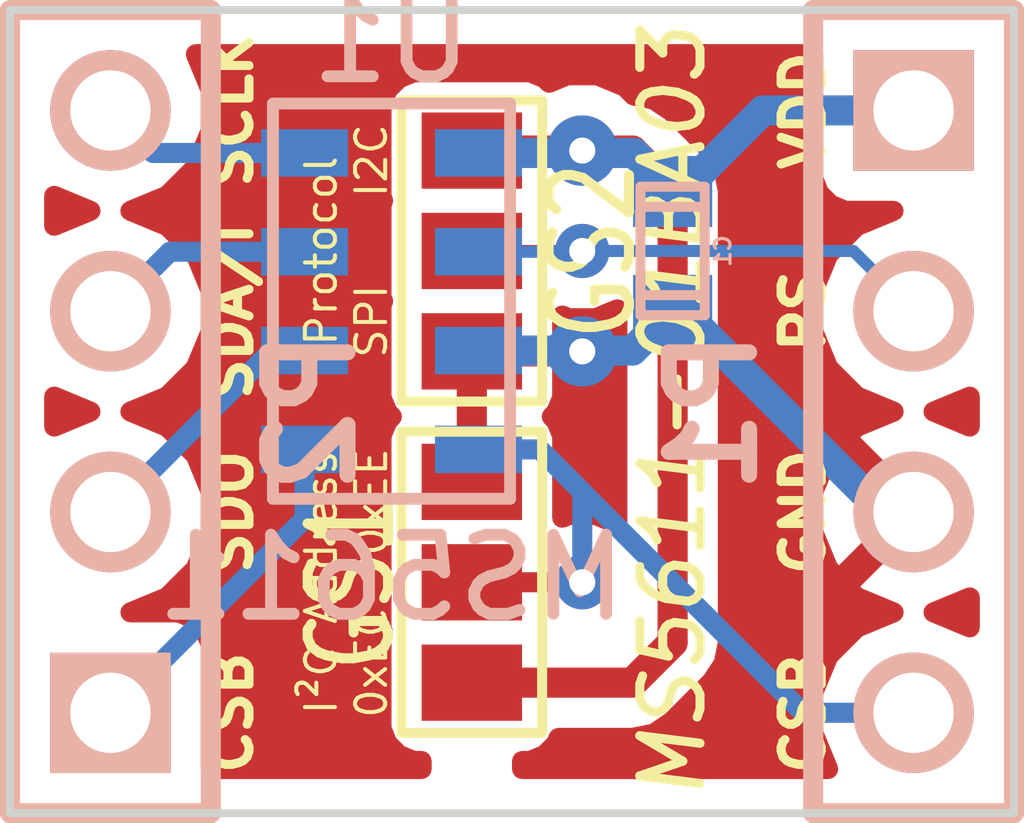
<source format=kicad_pcb>
(kicad_pcb (version 3) (host pcbnew "(2013-dec-23)-stable")

  (general
    (links 17)
    (no_connects 1)
    (area 344.6272 231.7608 361.4928 242.646201)
    (thickness 1.6)
    (drawings 19)
    (tracks 53)
    (zones 0)
    (modules 6)
    (nets 8)
  )

  (page A3)
  (layers
    (15 F.Cu signal)
    (0 B.Cu signal)
    (16 B.Adhes user)
    (17 F.Adhes user)
    (18 B.Paste user)
    (19 F.Paste user)
    (20 B.SilkS user)
    (21 F.SilkS user)
    (22 B.Mask user)
    (23 F.Mask user)
    (24 Dwgs.User user)
    (25 Cmts.User user)
    (26 Eco1.User user)
    (27 Eco2.User user)
    (28 Edge.Cuts user)
  )

  (setup
    (last_trace_width 0.254)
    (trace_clearance 0.1524)
    (zone_clearance 0.381)
    (zone_45_only no)
    (trace_min 0.1524)
    (segment_width 0.2)
    (edge_width 0.1)
    (via_size 0.6858)
    (via_drill 0.3302)
    (via_min_size 0.6858)
    (via_min_drill 0.3302)
    (uvia_size 0.508)
    (uvia_drill 0.127)
    (uvias_allowed no)
    (uvia_min_size 0.508)
    (uvia_min_drill 0.127)
    (pcb_text_width 0.3)
    (pcb_text_size 1.5 1.5)
    (mod_edge_width 0.15)
    (mod_text_size 1 1)
    (mod_text_width 0.15)
    (pad_size 1.1 0.6)
    (pad_drill 0)
    (pad_to_mask_clearance 0)
    (aux_axis_origin 0 0)
    (visible_elements 7FFE7F0F)
    (pcbplotparams
      (layerselection 3178497)
      (usegerberextensions true)
      (excludeedgelayer true)
      (linewidth 0.150000)
      (plotframeref false)
      (viasonmask false)
      (mode 1)
      (useauxorigin false)
      (hpglpennumber 1)
      (hpglpenspeed 20)
      (hpglpendiameter 15)
      (hpglpenoverlay 2)
      (psnegative false)
      (psa4output false)
      (plotreference true)
      (plotvalue true)
      (plotothertext true)
      (plotinvisibletext false)
      (padsonsilk false)
      (subtractmaskfromsilk false)
      (outputformat 1)
      (mirror false)
      (drillshape 1)
      (scaleselection 1)
      (outputdirectory ""))
  )

  (net 0 "")
  (net 1 /CSB)
  (net 2 /GND)
  (net 3 /PS)
  (net 4 /SCLK)
  (net 5 /SDI/SDA)
  (net 6 /SDO)
  (net 7 /VDD)

  (net_class Default "This is the default net class."
    (clearance 0.1524)
    (trace_width 0.254)
    (via_dia 0.6858)
    (via_drill 0.3302)
    (uvia_dia 0.508)
    (uvia_drill 0.127)
    (add_net "")
    (add_net /CSB)
    (add_net /SCLK)
    (add_net /SDI/SDA)
    (add_net /SDO)
  )

  (net_class "OSH Min" ""
    (clearance 0.1524)
    (trace_width 0.1524)
    (via_dia 0.6858)
    (via_drill 0.3302)
    (uvia_dia 0.508)
    (uvia_drill 0.127)
    (add_net /PS)
  )

  (net_class POWER ""
    (clearance 0.2032)
    (trace_width 0.381)
    (via_dia 0.889)
    (via_drill 0.3302)
    (uvia_dia 0.508)
    (uvia_drill 0.127)
    (add_net /GND)
    (add_net /VDD)
  )

  (module PIN_ARRAY_4x1 (layer B.Cu) (tedit 4C10F42E) (tstamp 532FA277)
    (at 347.98 237.236 90)
    (descr "Double rangee de contacts 2 x 5 pins")
    (tags CONN)
    (path /532F9A86)
    (fp_text reference P2 (at 0 2.54 90) (layer B.SilkS)
      (effects (font (size 1.016 1.016) (thickness 0.2032)) (justify mirror))
    )
    (fp_text value CONN_4 (at 0 -2.54 90) (layer B.SilkS) hide
      (effects (font (size 1.016 1.016) (thickness 0.2032)) (justify mirror))
    )
    (fp_line (start 5.08 -1.27) (end -5.08 -1.27) (layer B.SilkS) (width 0.254))
    (fp_line (start 5.08 1.27) (end -5.08 1.27) (layer B.SilkS) (width 0.254))
    (fp_line (start -5.08 1.27) (end -5.08 -1.27) (layer B.SilkS) (width 0.254))
    (fp_line (start 5.08 -1.27) (end 5.08 1.27) (layer B.SilkS) (width 0.254))
    (pad 1 thru_hole rect (at -3.81 0 90) (size 1.524 1.524) (drill 1.016)
      (layers *.Cu *.Mask B.SilkS)
      (net 1 /CSB)
    )
    (pad 2 thru_hole circle (at -1.27 0 90) (size 1.524 1.524) (drill 1.016)
      (layers *.Cu *.Mask B.SilkS)
      (net 6 /SDO)
    )
    (pad 3 thru_hole circle (at 1.27 0 90) (size 1.524 1.524) (drill 1.016)
      (layers *.Cu *.Mask B.SilkS)
      (net 5 /SDI/SDA)
    )
    (pad 4 thru_hole circle (at 3.81 0 90) (size 1.524 1.524) (drill 1.016)
      (layers *.Cu *.Mask B.SilkS)
      (net 4 /SCLK)
    )
    (model pin_array\pins_array_4x1.wrl
      (at (xyz 0 0 0))
      (scale (xyz 1 1 1))
      (rotate (xyz 0 0 0))
    )
  )

  (module PIN_ARRAY_4x1 (layer B.Cu) (tedit 4C10F42E) (tstamp 532FA283)
    (at 358.14 237.236 270)
    (descr "Double rangee de contacts 2 x 5 pins")
    (tags CONN)
    (path /532F9A9C)
    (fp_text reference P1 (at 0 2.54 270) (layer B.SilkS)
      (effects (font (size 1.016 1.016) (thickness 0.2032)) (justify mirror))
    )
    (fp_text value CONN_4 (at 0 -2.54 270) (layer B.SilkS) hide
      (effects (font (size 1.016 1.016) (thickness 0.2032)) (justify mirror))
    )
    (fp_line (start 5.08 -1.27) (end -5.08 -1.27) (layer B.SilkS) (width 0.254))
    (fp_line (start 5.08 1.27) (end -5.08 1.27) (layer B.SilkS) (width 0.254))
    (fp_line (start -5.08 1.27) (end -5.08 -1.27) (layer B.SilkS) (width 0.254))
    (fp_line (start 5.08 -1.27) (end 5.08 1.27) (layer B.SilkS) (width 0.254))
    (pad 1 thru_hole rect (at -3.81 0 270) (size 1.524 1.524) (drill 1.016)
      (layers *.Cu *.Mask B.SilkS)
      (net 7 /VDD)
    )
    (pad 2 thru_hole circle (at -1.27 0 270) (size 1.524 1.524) (drill 1.016)
      (layers *.Cu *.Mask B.SilkS)
      (net 3 /PS)
    )
    (pad 3 thru_hole circle (at 1.27 0 270) (size 1.524 1.524) (drill 1.016)
      (layers *.Cu *.Mask B.SilkS)
      (net 2 /GND)
    )
    (pad 4 thru_hole circle (at 3.81 0 270) (size 1.524 1.524) (drill 1.016)
      (layers *.Cu *.Mask B.SilkS)
      (net 1 /CSB)
    )
    (model pin_array\pins_array_4x1.wrl
      (at (xyz 0 0 0))
      (scale (xyz 1 1 1))
      (rotate (xyz 0 0 0))
    )
  )

  (module GS3 (layer F.Cu) (tedit 4267950D) (tstamp 532FA28E)
    (at 352.552 235.204)
    (descr "Pontet Goute de soudure")
    (path /532F9694)
    (attr virtual)
    (fp_text reference GS2 (at 1.524 0 90) (layer F.SilkS)
      (effects (font (size 1.016 0.762) (thickness 0.127)))
    )
    (fp_text value GS3 (at 1.524 0 90) (layer F.SilkS) hide
      (effects (font (size 0.762 0.762) (thickness 0.127)))
    )
    (fp_line (start -0.889 -1.905) (end -0.889 1.905) (layer F.SilkS) (width 0.127))
    (fp_line (start -0.889 1.905) (end 0.889 1.905) (layer F.SilkS) (width 0.127))
    (fp_line (start 0.889 1.905) (end 0.889 -1.905) (layer F.SilkS) (width 0.127))
    (fp_line (start -0.889 -1.905) (end 0.889 -1.905) (layer F.SilkS) (width 0.127))
    (pad 1 smd rect (at 0 -1.27) (size 1.27 0.9652)
      (layers F.Cu F.Paste F.Mask)
      (net 7 /VDD)
    )
    (pad 2 smd rect (at 0 0) (size 1.27 0.9652)
      (layers F.Cu F.Paste F.Mask)
      (net 3 /PS)
    )
    (pad 3 smd rect (at 0 1.27) (size 1.27 0.9652)
      (layers F.Cu F.Paste F.Mask)
      (net 2 /GND)
    )
  )

  (module GS3 (layer F.Cu) (tedit 4267950D) (tstamp 532FA299)
    (at 352.552 239.395 180)
    (descr "Pontet Goute de soudure")
    (path /532F9962)
    (attr virtual)
    (fp_text reference GS1 (at 1.524 0 270) (layer F.SilkS)
      (effects (font (size 1.016 0.762) (thickness 0.127)))
    )
    (fp_text value GS3 (at 1.524 0 270) (layer F.SilkS) hide
      (effects (font (size 0.762 0.762) (thickness 0.127)))
    )
    (fp_line (start -0.889 -1.905) (end -0.889 1.905) (layer F.SilkS) (width 0.127))
    (fp_line (start -0.889 1.905) (end 0.889 1.905) (layer F.SilkS) (width 0.127))
    (fp_line (start 0.889 1.905) (end 0.889 -1.905) (layer F.SilkS) (width 0.127))
    (fp_line (start -0.889 -1.905) (end 0.889 -1.905) (layer F.SilkS) (width 0.127))
    (pad 1 smd rect (at 0 -1.27 180) (size 1.27 0.9652)
      (layers F.Cu F.Paste F.Mask)
      (net 7 /VDD)
    )
    (pad 2 smd rect (at 0 0 180) (size 1.27 0.9652)
      (layers F.Cu F.Paste F.Mask)
      (net 1 /CSB)
    )
    (pad 3 smd rect (at 0 1.27 180) (size 1.27 0.9652)
      (layers F.Cu F.Paste F.Mask)
      (net 2 /GND)
    )
  )

  (module c_0603 (layer B.Cu) (tedit 490472AA) (tstamp 5341A498)
    (at 355.092 235.204 90)
    (descr "SMT capacitor, 0603")
    (path /532F989C)
    (fp_text reference C1 (at 0 0.635 90) (layer B.SilkS)
      (effects (font (size 0.20066 0.20066) (thickness 0.04064)) (justify mirror))
    )
    (fp_text value 100nF (at 0 -0.635 90) (layer B.SilkS) hide
      (effects (font (size 0.20066 0.20066) (thickness 0.04064)) (justify mirror))
    )
    (fp_line (start 0.5588 -0.4064) (end 0.5588 0.4064) (layer B.SilkS) (width 0.127))
    (fp_line (start -0.5588 0.381) (end -0.5588 -0.4064) (layer B.SilkS) (width 0.127))
    (fp_line (start -0.8128 0.4064) (end 0.8128 0.4064) (layer B.SilkS) (width 0.127))
    (fp_line (start 0.8128 0.4064) (end 0.8128 -0.4064) (layer B.SilkS) (width 0.127))
    (fp_line (start 0.8128 -0.4064) (end -0.8128 -0.4064) (layer B.SilkS) (width 0.127))
    (fp_line (start -0.8128 -0.4064) (end -0.8128 0.4064) (layer B.SilkS) (width 0.127))
    (pad 1 smd rect (at 0.75184 0 90) (size 0.89916 1.00076)
      (layers B.Cu B.Paste B.Mask)
      (net 7 /VDD)
    )
    (pad 2 smd rect (at -0.75184 0 90) (size 0.89916 1.00076)
      (layers B.Cu B.Paste B.Mask)
      (net 2 /GND)
    )
    (model smd/capacitors/c_0603.wrl
      (at (xyz 0 0 0))
      (scale (xyz 1 1 1))
      (rotate (xyz 0 0 0))
    )
  )

  (module ms5611 (layer B.Cu) (tedit 532FA85C) (tstamp 53419F14)
    (at 351.536 235.839 180)
    (path /532F7BA2)
    (fp_text reference U1 (at 0 3.3 180) (layer B.SilkS)
      (effects (font (size 1 1) (thickness 0.15)) (justify mirror))
    )
    (fp_text value MS5611 (at 0 -3.5 180) (layer B.SilkS)
      (effects (font (size 1 1) (thickness 0.15)) (justify mirror))
    )
    (fp_line (start -1.5 2.5) (end 1.5 2.5) (layer B.SilkS) (width 0.15))
    (fp_line (start 1.5 2.5) (end 1.5 -2.5) (layer B.SilkS) (width 0.15))
    (fp_line (start 1.5 -2.5) (end -1.5 -2.5) (layer B.SilkS) (width 0.15))
    (fp_line (start -1.5 -2.5) (end -1.5 2.5) (layer B.SilkS) (width 0.15))
    (pad 1 smd rect (at -1.1 1.875 180) (size 1.1 0.6)
      (layers B.Cu B.Paste B.Mask)
      (net 7 /VDD)
    )
    (pad 2 smd rect (at -1.1 0.625 180) (size 1.1 0.6)
      (layers B.Cu B.Paste B.Mask)
      (net 3 /PS)
    )
    (pad 3 smd rect (at -1.1 -0.625 180) (size 1.1 0.6)
      (layers B.Cu B.Paste B.Mask)
      (net 2 /GND)
    )
    (pad 4 smd rect (at -1.1 -1.875 180) (size 1.1 0.6)
      (layers B.Cu B.Paste B.Mask)
      (net 1 /CSB)
    )
    (pad 5 smd rect (at 1.1 -1.875 180) (size 1.1 0.6)
      (layers B.Cu B.Paste B.Mask)
      (net 1 /CSB)
    )
    (pad 6 smd rect (at 1.1 -0.625 180) (size 1.1 0.6)
      (layers B.Cu B.Paste B.Mask)
      (net 6 /SDO)
    )
    (pad 7 smd rect (at 1.1 0.625 180) (size 1.1 0.6)
      (layers B.Cu B.Paste B.Mask)
      (net 5 /SDI/SDA)
    )
    (pad 8 smd rect (at 1.1 1.875 180) (size 1.1 0.6)
      (layers B.Cu B.Paste B.Mask)
      (net 4 /SCLK)
    )
  )

  (gr_text "I²C Address" (at 350.647 239.395 90) (layer F.SilkS)
    (effects (font (size 0.381 0.381) (thickness 0.0508)))
  )
  (gr_text Protocol (at 350.647 235.204 90) (layer F.SilkS)
    (effects (font (size 0.381 0.381) (thickness 0.0508)))
  )
  (gr_text MS5611-01BA03 (at 355.092 237.236 90) (layer F.SilkS)
    (effects (font (size 0.762 0.762) (thickness 0.1143) italic))
  )
  (gr_text SPI (at 351.282 236.093 90) (layer F.SilkS)
    (effects (font (size 0.381 0.381) (thickness 0.0508)))
  )
  (gr_text 0xEE (at 351.282 238.379 90) (layer F.SilkS)
    (effects (font (size 0.381 0.381) (thickness 0.0508)))
  )
  (gr_text 0xEC (at 351.282 240.411 90) (layer F.SilkS)
    (effects (font (size 0.381 0.381) (thickness 0.0508)))
  )
  (gr_text I2C (at 351.282 234.061 90) (layer F.SilkS)
    (effects (font (size 0.381 0.381) (thickness 0.0508)))
  )
  (gr_text SCLK (at 349.504 233.426 90) (layer F.SilkS)
    (effects (font (size 0.508 0.508) (thickness 0.1143)))
  )
  (gr_text SDA/I (at 349.504 235.966 90) (layer F.SilkS)
    (effects (font (size 0.508 0.508) (thickness 0.1143)))
  )
  (gr_text SDO (at 349.504 238.506 90) (layer F.SilkS)
    (effects (font (size 0.508 0.508) (thickness 0.1143)))
  )
  (gr_text CSB (at 349.504 241.046 90) (layer F.SilkS)
    (effects (font (size 0.508 0.508) (thickness 0.1143)))
  )
  (gr_text CSB (at 356.743 241.046 90) (layer F.SilkS)
    (effects (font (size 0.508 0.508) (thickness 0.1143)))
  )
  (gr_text GND (at 356.743 238.506 90) (layer F.SilkS)
    (effects (font (size 0.508 0.508) (thickness 0.1143)))
  )
  (gr_text PS (at 356.743 235.966 90) (layer F.SilkS)
    (effects (font (size 0.508 0.508) (thickness 0.1143)))
  )
  (gr_text VDD (at 356.743 233.426 90) (layer F.SilkS)
    (effects (font (size 0.508 0.508) (thickness 0.1143)))
  )
  (gr_line (start 346.71 232.156) (end 346.71 242.316) (angle 90) (layer Edge.Cuts) (width 0.1))
  (gr_line (start 359.41 232.156) (end 346.71 232.156) (angle 90) (layer Edge.Cuts) (width 0.1))
  (gr_line (start 359.41 242.316) (end 359.41 232.156) (angle 90) (layer Edge.Cuts) (width 0.1))
  (gr_line (start 346.71 242.316) (end 359.41 242.316) (angle 90) (layer Edge.Cuts) (width 0.1))

  (segment (start 352.636 237.714) (end 353.411 237.714) (width 0.254) (layer B.Cu) (net 1))
  (segment (start 353.411 237.714) (end 356.743 241.046) (width 0.254) (layer B.Cu) (net 1) (tstamp 5341C6C3))
  (segment (start 356.743 241.046) (end 358.14 241.046) (width 0.254) (layer B.Cu) (net 1) (tstamp 5341C6CE))
  (segment (start 352.552 239.395) (end 353.949 239.395) (width 0.254) (layer F.Cu) (net 1))
  (segment (start 353.949 238.252) (end 353.411 237.714) (width 0.254) (layer B.Cu) (net 1) (tstamp 5341C6B7))
  (segment (start 353.949 239.395) (end 353.949 238.252) (width 0.254) (layer B.Cu) (net 1) (tstamp 5341C6B6))
  (via (at 353.949 239.395) (size 0.6858) (layers F.Cu B.Cu) (net 1))
  (segment (start 350.436 237.714) (end 350.436 238.59) (width 0.254) (layer B.Cu) (net 1))
  (segment (start 350.436 238.59) (end 347.98 241.046) (width 0.254) (layer B.Cu) (net 1) (tstamp 5341C5FD))
  (segment (start 358.14 238.506) (end 356.87 239.776) (width 0.381) (layer F.Cu) (net 2))
  (segment (start 358.14 238.506) (end 356.87 237.236) (width 0.381) (layer F.Cu) (net 2))
  (segment (start 352.552 236.474) (end 352.552 238.125) (width 0.381) (layer F.Cu) (net 2))
  (segment (start 355.092 235.95584) (end 355.20884 235.95584) (width 0.381) (layer B.Cu) (net 2))
  (segment (start 357.759 238.506) (end 358.14 238.506) (width 0.381) (layer B.Cu) (net 2) (tstamp 5341C61B))
  (segment (start 355.20884 235.95584) (end 357.759 238.506) (width 0.381) (layer B.Cu) (net 2) (tstamp 5341C60B))
  (segment (start 352.552 236.474) (end 353.949 236.474) (width 0.381) (layer F.Cu) (net 2))
  (via (at 353.949 236.474) (size 0.889) (layers F.Cu B.Cu) (net 2))
  (segment (start 353.949 236.474) (end 353.949 236.464) (width 0.381) (layer B.Cu) (net 2) (tstamp 5341B37B))
  (segment (start 353.949 236.464) (end 353.949 236.474) (width 0.381) (layer B.Cu) (net 2) (tstamp 5341B37C))
  (segment (start 353.949 236.474) (end 353.949 236.464) (width 0.381) (layer B.Cu) (net 2) (tstamp 5341B37E))
  (segment (start 352.636 236.464) (end 353.949 236.464) (width 0.381) (layer B.Cu) (net 2))
  (segment (start 353.949 236.464) (end 354.58384 236.464) (width 0.381) (layer B.Cu) (net 2) (tstamp 5341B37F))
  (segment (start 354.58384 236.464) (end 355.092 235.95584) (width 0.381) (layer B.Cu) (net 2) (tstamp 5341B016))
  (segment (start 353.949 235.204) (end 357.378 235.204) (width 0.1524) (layer B.Cu) (net 3))
  (segment (start 357.378 235.204) (end 358.14 235.966) (width 0.1524) (layer B.Cu) (net 3) (tstamp 5341C607))
  (segment (start 352.552 235.204) (end 353.949 235.204) (width 0.1524) (layer F.Cu) (net 3))
  (via (at 353.949 235.204) (size 0.6858) (layers F.Cu B.Cu) (net 3))
  (segment (start 353.949 235.204) (end 353.949 235.214) (width 0.1524) (layer B.Cu) (net 3) (tstamp 5341B36D))
  (segment (start 353.949 235.214) (end 353.949 235.204) (width 0.1524) (layer B.Cu) (net 3) (tstamp 5341B36E))
  (segment (start 353.949 235.204) (end 353.949 235.214) (width 0.1524) (layer B.Cu) (net 3) (tstamp 5341B370))
  (segment (start 352.636 235.214) (end 353.949 235.214) (width 0.1524) (layer B.Cu) (net 3))
  (segment (start 350.436 233.964) (end 348.518 233.964) (width 0.254) (layer B.Cu) (net 4))
  (segment (start 348.518 233.964) (end 347.98 233.426) (width 0.254) (layer B.Cu) (net 4) (tstamp 5341C5F1))
  (segment (start 350.436 235.214) (end 348.732 235.214) (width 0.254) (layer B.Cu) (net 5))
  (segment (start 348.732 235.214) (end 347.98 235.966) (width 0.254) (layer B.Cu) (net 5) (tstamp 5341C5F7))
  (segment (start 350.022 236.464) (end 347.98 238.506) (width 0.254) (layer B.Cu) (net 6) (tstamp 5341C5FA))
  (segment (start 350.436 236.464) (end 350.022 236.464) (width 0.254) (layer B.Cu) (net 6))
  (segment (start 352.552 233.934) (end 354.584 233.934) (width 0.381) (layer F.Cu) (net 7))
  (segment (start 354.584 240.665) (end 352.552 240.665) (width 0.381) (layer F.Cu) (net 7) (tstamp 5341C73B))
  (segment (start 355.092 240.157) (end 354.584 240.665) (width 0.381) (layer F.Cu) (net 7) (tstamp 5341C72E))
  (segment (start 355.092 234.442) (end 355.092 240.157) (width 0.381) (layer F.Cu) (net 7) (tstamp 5341C71B))
  (segment (start 354.584 233.934) (end 355.092 234.442) (width 0.381) (layer F.Cu) (net 7) (tstamp 5341C70F))
  (segment (start 355.092 234.45216) (end 355.20884 234.45216) (width 0.381) (layer B.Cu) (net 7))
  (segment (start 356.235 233.426) (end 358.14 233.426) (width 0.381) (layer B.Cu) (net 7) (tstamp 5341C62D))
  (segment (start 355.20884 234.45216) (end 356.235 233.426) (width 0.381) (layer B.Cu) (net 7) (tstamp 5341C627))
  (segment (start 352.552 233.934) (end 353.949 233.934) (width 0.381) (layer F.Cu) (net 7))
  (via (at 353.949 233.934) (size 0.889) (layers F.Cu B.Cu) (net 7))
  (segment (start 353.949 233.934) (end 353.949 233.964) (width 0.381) (layer B.Cu) (net 7) (tstamp 5341B49E))
  (segment (start 353.949 233.964) (end 353.949 233.934) (width 0.381) (layer B.Cu) (net 7) (tstamp 5341B49F))
  (segment (start 353.949 233.934) (end 353.949 233.964) (width 0.381) (layer B.Cu) (net 7) (tstamp 5341B4A1))
  (segment (start 352.636 233.964) (end 353.949 233.964) (width 0.381) (layer B.Cu) (net 7))
  (segment (start 353.949 233.964) (end 354.60384 233.964) (width 0.381) (layer B.Cu) (net 7) (tstamp 5341B4A2))
  (segment (start 354.60384 233.964) (end 355.092 234.45216) (width 0.381) (layer B.Cu) (net 7) (tstamp 5341B00E))

  (zone (net 2) (net_name /GND) (layer F.Cu) (tstamp 5341C9E0) (hatch edge 0.508)
    (connect_pads no (clearance 0.381))
    (min_thickness 0.254)
    (fill (arc_segments 16) (thermal_gap 0.508) (thermal_bridge_width 0.508))
    (polygon
      (pts
        (xy 359.41 242.316) (xy 353.06 242.316) (xy 353.06 241.3) (xy 352.044 241.3) (xy 352.044 242.316)
        (xy 346.71 242.316) (xy 346.71 232.156) (xy 359.41 232.156)
      )
    )
    (filled_polygon
      (pts
        (xy 354.3935 238.658232) (xy 354.118997 238.544248) (xy 353.780488 238.543953) (xy 353.695025 238.579265) (xy 353.695088 238.506996)
        (xy 353.695088 237.541796) (xy 353.617913 237.355017) (xy 353.562521 237.299528) (xy 353.61741 237.244735) (xy 353.694912 237.058091)
        (xy 353.695088 236.855996) (xy 353.695088 236.019907) (xy 353.779003 236.054752) (xy 354.117512 236.055047) (xy 354.3935 235.94101)
        (xy 354.3935 238.658232)
      )
    )
    (filled_polygon
      (pts
        (xy 358.852 239.966513) (xy 358.393727 239.776222) (xy 357.88849 239.775781) (xy 357.421543 239.968719) (xy 357.063975 240.325664)
        (xy 356.870222 240.792273) (xy 356.869781 241.29751) (xy 357.060051 241.758) (xy 353.187 241.758) (xy 353.187 241.655688)
        (xy 353.287604 241.655688) (xy 353.474383 241.578513) (xy 353.61741 241.435735) (xy 353.647404 241.3635) (xy 354.584 241.3635)
        (xy 354.851304 241.31033) (xy 354.851305 241.31033) (xy 355.077914 241.158914) (xy 355.585914 240.650914) (xy 355.737329 240.424305)
        (xy 355.73733 240.424304) (xy 355.7905 240.157) (xy 355.7905 234.442) (xy 355.73733 234.174696) (xy 355.737329 234.174695)
        (xy 355.585914 233.948086) (xy 355.077914 233.440086) (xy 354.851305 233.28867) (xy 354.600948 233.238871) (xy 354.489253 233.12698)
        (xy 354.139295 232.981665) (xy 353.760367 232.981335) (xy 353.530402 233.076354) (xy 353.475135 233.02099) (xy 353.288491 232.943488)
        (xy 353.086396 232.943312) (xy 351.816396 232.943312) (xy 351.629617 233.020487) (xy 351.48659 233.163265) (xy 351.409088 233.349909)
        (xy 351.408912 233.552004) (xy 351.408912 234.517204) (xy 351.43027 234.568896) (xy 351.409088 234.619909) (xy 351.408912 234.822004)
        (xy 351.408912 235.787204) (xy 351.43027 235.838896) (xy 351.409088 235.889909) (xy 351.408912 236.092004) (xy 351.408912 237.057204)
        (xy 351.486087 237.243983) (xy 351.541478 237.299471) (xy 351.48659 237.354265) (xy 351.409088 237.540909) (xy 351.408912 237.743004)
        (xy 351.408912 238.708204) (xy 351.43027 238.759896) (xy 351.409088 238.810909) (xy 351.408912 239.013004) (xy 351.408912 239.978204)
        (xy 351.43027 240.029896) (xy 351.409088 240.080909) (xy 351.408912 240.283004) (xy 351.408912 241.248204) (xy 351.486087 241.434983)
        (xy 351.628865 241.57801) (xy 351.815509 241.655512) (xy 351.917 241.6556) (xy 351.917 241.758) (xy 349.250043 241.758)
        (xy 349.250088 241.707396) (xy 349.250088 240.183396) (xy 349.172913 239.996617) (xy 349.030135 239.85359) (xy 348.843491 239.776088)
        (xy 348.641396 239.775912) (xy 348.232252 239.775912) (xy 348.698457 239.583281) (xy 349.056025 239.226336) (xy 349.249778 238.759727)
        (xy 349.250219 238.25449) (xy 349.057281 237.787543) (xy 348.700336 237.429975) (xy 348.233727 237.236222) (xy 347.72849 237.235781)
        (xy 347.268 237.426051) (xy 347.268 237.045486) (xy 347.726273 237.235778) (xy 348.23151 237.236219) (xy 348.698457 237.043281)
        (xy 349.056025 236.686336) (xy 349.249778 236.219727) (xy 349.250219 235.71449) (xy 349.057281 235.247543) (xy 348.700336 234.889975)
        (xy 348.233727 234.696222) (xy 347.72849 234.695781) (xy 347.268 234.886051) (xy 347.268 234.505486) (xy 347.726273 234.695778)
        (xy 348.23151 234.696219) (xy 348.698457 234.503281) (xy 349.056025 234.146336) (xy 349.249778 233.679727) (xy 349.250219 233.17449)
        (xy 349.059948 232.714) (xy 356.869956 232.714) (xy 356.869912 232.764604) (xy 356.869912 234.288604) (xy 356.947087 234.475383)
        (xy 357.089865 234.61841) (xy 357.276509 234.695912) (xy 357.478604 234.696088) (xy 357.887747 234.696088) (xy 357.421543 234.888719)
        (xy 357.063975 235.245664) (xy 356.870222 235.712273) (xy 356.869781 236.21751) (xy 357.062719 236.684457) (xy 357.419664 237.042025)
        (xy 357.886273 237.235778) (xy 358.39151 237.236219) (xy 358.852 237.045948) (xy 358.852 237.426513) (xy 358.393727 237.236222)
        (xy 357.88849 237.235781) (xy 357.421543 237.428719) (xy 357.063975 237.785664) (xy 356.870222 238.252273) (xy 356.869781 238.75751)
        (xy 357.062719 239.224457) (xy 357.419664 239.582025) (xy 357.886273 239.775778) (xy 358.39151 239.776219) (xy 358.852 239.585948)
        (xy 358.852 239.966513)
      )
    )
  )
)

</source>
